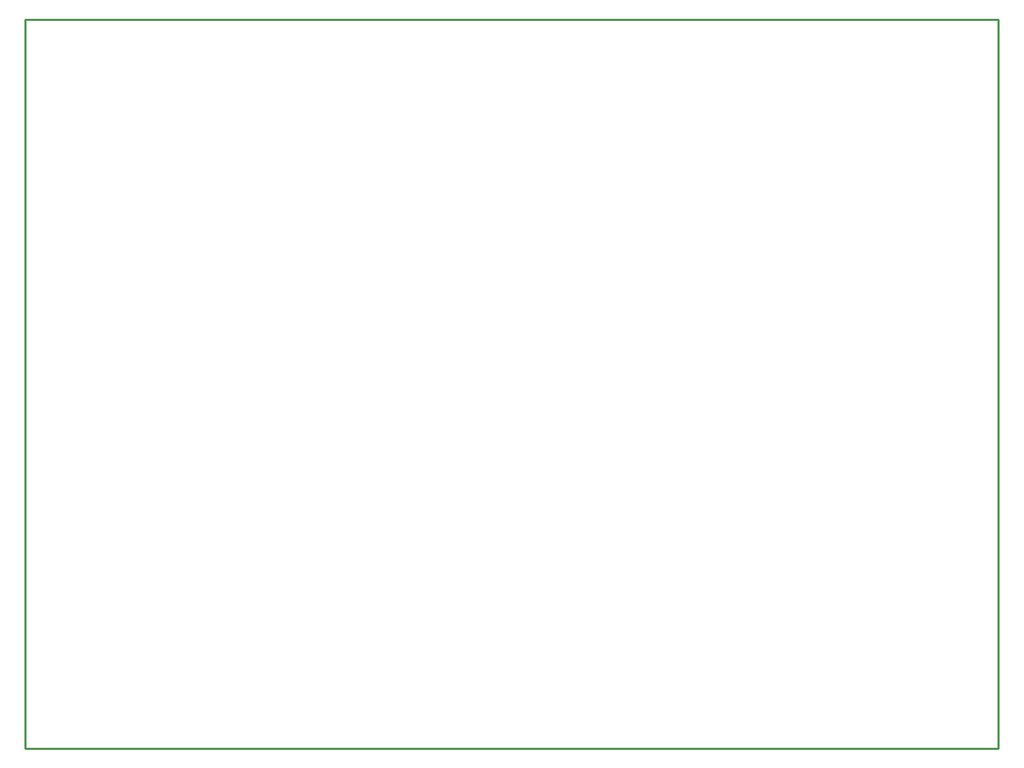
<source format=gko>
G04*
G04 #@! TF.GenerationSoftware,Altium Limited,Altium Designer,19.1.8 (144)*
G04*
G04 Layer_Color=16711935*
%FSLAX25Y25*%
%MOIN*%
G70*
G01*
G75*
%ADD13C,0.01000*%
D13*
X120000Y111250D02*
X585000D01*
X585000Y460000D02*
X585000Y111250D01*
X120000Y460000D02*
X120000Y111250D01*
X120000Y460000D02*
X585000D01*
M02*

</source>
